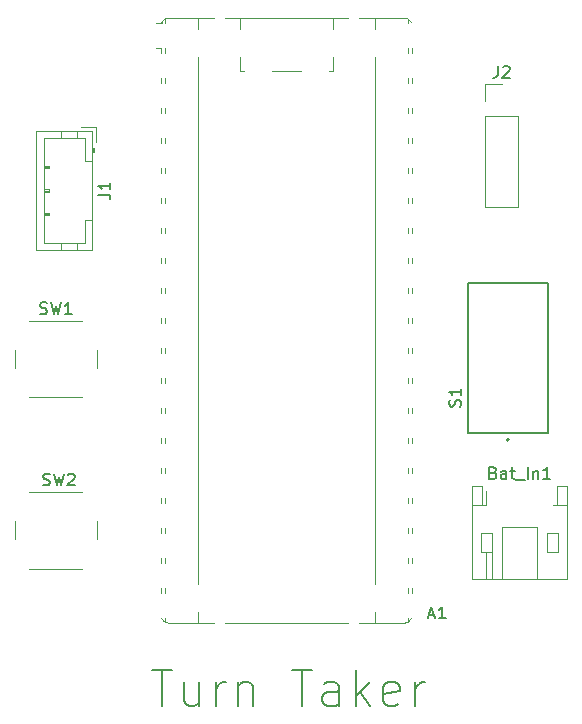
<source format=gbr>
%TF.GenerationSoftware,KiCad,Pcbnew,9.0.6*%
%TF.CreationDate,2025-12-15T22:36:05-06:00*%
%TF.ProjectId,turn-taker,7475726e-2d74-4616-9b65-722e6b696361,rev?*%
%TF.SameCoordinates,Original*%
%TF.FileFunction,Legend,Top*%
%TF.FilePolarity,Positive*%
%FSLAX46Y46*%
G04 Gerber Fmt 4.6, Leading zero omitted, Abs format (unit mm)*
G04 Created by KiCad (PCBNEW 9.0.6) date 2025-12-15 22:36:05*
%MOMM*%
%LPD*%
G01*
G04 APERTURE LIST*
%ADD10C,0.150000*%
%ADD11C,0.120000*%
%ADD12C,0.127000*%
%ADD13C,0.200000*%
G04 APERTURE END LIST*
D10*
X169884398Y-112625057D02*
X171598684Y-112625057D01*
X170741541Y-115625057D02*
X170741541Y-112625057D01*
X173884398Y-113625057D02*
X173884398Y-115625057D01*
X172598683Y-113625057D02*
X172598683Y-115196485D01*
X172598683Y-115196485D02*
X172741540Y-115482200D01*
X172741540Y-115482200D02*
X173027255Y-115625057D01*
X173027255Y-115625057D02*
X173455826Y-115625057D01*
X173455826Y-115625057D02*
X173741540Y-115482200D01*
X173741540Y-115482200D02*
X173884398Y-115339342D01*
X175312969Y-115625057D02*
X175312969Y-113625057D01*
X175312969Y-114196485D02*
X175455826Y-113910771D01*
X175455826Y-113910771D02*
X175598684Y-113767914D01*
X175598684Y-113767914D02*
X175884398Y-113625057D01*
X175884398Y-113625057D02*
X176170112Y-113625057D01*
X177170112Y-113625057D02*
X177170112Y-115625057D01*
X177170112Y-113910771D02*
X177312969Y-113767914D01*
X177312969Y-113767914D02*
X177598684Y-113625057D01*
X177598684Y-113625057D02*
X178027255Y-113625057D01*
X178027255Y-113625057D02*
X178312969Y-113767914D01*
X178312969Y-113767914D02*
X178455827Y-114053628D01*
X178455827Y-114053628D02*
X178455827Y-115625057D01*
X181741541Y-112625057D02*
X183455827Y-112625057D01*
X182598684Y-115625057D02*
X182598684Y-112625057D01*
X185741541Y-115625057D02*
X185741541Y-114053628D01*
X185741541Y-114053628D02*
X185598683Y-113767914D01*
X185598683Y-113767914D02*
X185312969Y-113625057D01*
X185312969Y-113625057D02*
X184741541Y-113625057D01*
X184741541Y-113625057D02*
X184455826Y-113767914D01*
X185741541Y-115482200D02*
X185455826Y-115625057D01*
X185455826Y-115625057D02*
X184741541Y-115625057D01*
X184741541Y-115625057D02*
X184455826Y-115482200D01*
X184455826Y-115482200D02*
X184312969Y-115196485D01*
X184312969Y-115196485D02*
X184312969Y-114910771D01*
X184312969Y-114910771D02*
X184455826Y-114625057D01*
X184455826Y-114625057D02*
X184741541Y-114482200D01*
X184741541Y-114482200D02*
X185455826Y-114482200D01*
X185455826Y-114482200D02*
X185741541Y-114339342D01*
X187170112Y-115625057D02*
X187170112Y-112625057D01*
X187455827Y-114482200D02*
X188312969Y-115625057D01*
X188312969Y-113625057D02*
X187170112Y-114767914D01*
X190741540Y-115482200D02*
X190455826Y-115625057D01*
X190455826Y-115625057D02*
X189884398Y-115625057D01*
X189884398Y-115625057D02*
X189598683Y-115482200D01*
X189598683Y-115482200D02*
X189455826Y-115196485D01*
X189455826Y-115196485D02*
X189455826Y-114053628D01*
X189455826Y-114053628D02*
X189598683Y-113767914D01*
X189598683Y-113767914D02*
X189884398Y-113625057D01*
X189884398Y-113625057D02*
X190455826Y-113625057D01*
X190455826Y-113625057D02*
X190741540Y-113767914D01*
X190741540Y-113767914D02*
X190884398Y-114053628D01*
X190884398Y-114053628D02*
X190884398Y-114339342D01*
X190884398Y-114339342D02*
X189455826Y-114625057D01*
X192170112Y-115625057D02*
X192170112Y-113625057D01*
X192170112Y-114196485D02*
X192312969Y-113910771D01*
X192312969Y-113910771D02*
X192455827Y-113767914D01*
X192455827Y-113767914D02*
X192741541Y-113625057D01*
X192741541Y-113625057D02*
X193027255Y-113625057D01*
X193311660Y-107934104D02*
X193787850Y-107934104D01*
X193216422Y-108219819D02*
X193549755Y-107219819D01*
X193549755Y-107219819D02*
X193883088Y-108219819D01*
X194740231Y-108219819D02*
X194168803Y-108219819D01*
X194454517Y-108219819D02*
X194454517Y-107219819D01*
X194454517Y-107219819D02*
X194359279Y-107362676D01*
X194359279Y-107362676D02*
X194264041Y-107457914D01*
X194264041Y-107457914D02*
X194168803Y-107505533D01*
X199166666Y-61454819D02*
X199166666Y-62169104D01*
X199166666Y-62169104D02*
X199119047Y-62311961D01*
X199119047Y-62311961D02*
X199023809Y-62407200D01*
X199023809Y-62407200D02*
X198880952Y-62454819D01*
X198880952Y-62454819D02*
X198785714Y-62454819D01*
X199595238Y-61550057D02*
X199642857Y-61502438D01*
X199642857Y-61502438D02*
X199738095Y-61454819D01*
X199738095Y-61454819D02*
X199976190Y-61454819D01*
X199976190Y-61454819D02*
X200071428Y-61502438D01*
X200071428Y-61502438D02*
X200119047Y-61550057D01*
X200119047Y-61550057D02*
X200166666Y-61645295D01*
X200166666Y-61645295D02*
X200166666Y-61740533D01*
X200166666Y-61740533D02*
X200119047Y-61883390D01*
X200119047Y-61883390D02*
X199547619Y-62454819D01*
X199547619Y-62454819D02*
X200166666Y-62454819D01*
X160416667Y-82407200D02*
X160559524Y-82454819D01*
X160559524Y-82454819D02*
X160797619Y-82454819D01*
X160797619Y-82454819D02*
X160892857Y-82407200D01*
X160892857Y-82407200D02*
X160940476Y-82359580D01*
X160940476Y-82359580D02*
X160988095Y-82264342D01*
X160988095Y-82264342D02*
X160988095Y-82169104D01*
X160988095Y-82169104D02*
X160940476Y-82073866D01*
X160940476Y-82073866D02*
X160892857Y-82026247D01*
X160892857Y-82026247D02*
X160797619Y-81978628D01*
X160797619Y-81978628D02*
X160607143Y-81931009D01*
X160607143Y-81931009D02*
X160511905Y-81883390D01*
X160511905Y-81883390D02*
X160464286Y-81835771D01*
X160464286Y-81835771D02*
X160416667Y-81740533D01*
X160416667Y-81740533D02*
X160416667Y-81645295D01*
X160416667Y-81645295D02*
X160464286Y-81550057D01*
X160464286Y-81550057D02*
X160511905Y-81502438D01*
X160511905Y-81502438D02*
X160607143Y-81454819D01*
X160607143Y-81454819D02*
X160845238Y-81454819D01*
X160845238Y-81454819D02*
X160988095Y-81502438D01*
X161321429Y-81454819D02*
X161559524Y-82454819D01*
X161559524Y-82454819D02*
X161750000Y-81740533D01*
X161750000Y-81740533D02*
X161940476Y-82454819D01*
X161940476Y-82454819D02*
X162178572Y-81454819D01*
X163083333Y-82454819D02*
X162511905Y-82454819D01*
X162797619Y-82454819D02*
X162797619Y-81454819D01*
X162797619Y-81454819D02*
X162702381Y-81597676D01*
X162702381Y-81597676D02*
X162607143Y-81692914D01*
X162607143Y-81692914D02*
X162511905Y-81740533D01*
X195982200Y-90286904D02*
X196029819Y-90144047D01*
X196029819Y-90144047D02*
X196029819Y-89905952D01*
X196029819Y-89905952D02*
X195982200Y-89810714D01*
X195982200Y-89810714D02*
X195934580Y-89763095D01*
X195934580Y-89763095D02*
X195839342Y-89715476D01*
X195839342Y-89715476D02*
X195744104Y-89715476D01*
X195744104Y-89715476D02*
X195648866Y-89763095D01*
X195648866Y-89763095D02*
X195601247Y-89810714D01*
X195601247Y-89810714D02*
X195553628Y-89905952D01*
X195553628Y-89905952D02*
X195506009Y-90096428D01*
X195506009Y-90096428D02*
X195458390Y-90191666D01*
X195458390Y-90191666D02*
X195410771Y-90239285D01*
X195410771Y-90239285D02*
X195315533Y-90286904D01*
X195315533Y-90286904D02*
X195220295Y-90286904D01*
X195220295Y-90286904D02*
X195125057Y-90239285D01*
X195125057Y-90239285D02*
X195077438Y-90191666D01*
X195077438Y-90191666D02*
X195029819Y-90096428D01*
X195029819Y-90096428D02*
X195029819Y-89858333D01*
X195029819Y-89858333D02*
X195077438Y-89715476D01*
X196029819Y-88763095D02*
X196029819Y-89334523D01*
X196029819Y-89048809D02*
X195029819Y-89048809D01*
X195029819Y-89048809D02*
X195172676Y-89144047D01*
X195172676Y-89144047D02*
X195267914Y-89239285D01*
X195267914Y-89239285D02*
X195315533Y-89334523D01*
X198785714Y-95881009D02*
X198928571Y-95928628D01*
X198928571Y-95928628D02*
X198976190Y-95976247D01*
X198976190Y-95976247D02*
X199023809Y-96071485D01*
X199023809Y-96071485D02*
X199023809Y-96214342D01*
X199023809Y-96214342D02*
X198976190Y-96309580D01*
X198976190Y-96309580D02*
X198928571Y-96357200D01*
X198928571Y-96357200D02*
X198833333Y-96404819D01*
X198833333Y-96404819D02*
X198452381Y-96404819D01*
X198452381Y-96404819D02*
X198452381Y-95404819D01*
X198452381Y-95404819D02*
X198785714Y-95404819D01*
X198785714Y-95404819D02*
X198880952Y-95452438D01*
X198880952Y-95452438D02*
X198928571Y-95500057D01*
X198928571Y-95500057D02*
X198976190Y-95595295D01*
X198976190Y-95595295D02*
X198976190Y-95690533D01*
X198976190Y-95690533D02*
X198928571Y-95785771D01*
X198928571Y-95785771D02*
X198880952Y-95833390D01*
X198880952Y-95833390D02*
X198785714Y-95881009D01*
X198785714Y-95881009D02*
X198452381Y-95881009D01*
X199880952Y-96404819D02*
X199880952Y-95881009D01*
X199880952Y-95881009D02*
X199833333Y-95785771D01*
X199833333Y-95785771D02*
X199738095Y-95738152D01*
X199738095Y-95738152D02*
X199547619Y-95738152D01*
X199547619Y-95738152D02*
X199452381Y-95785771D01*
X199880952Y-96357200D02*
X199785714Y-96404819D01*
X199785714Y-96404819D02*
X199547619Y-96404819D01*
X199547619Y-96404819D02*
X199452381Y-96357200D01*
X199452381Y-96357200D02*
X199404762Y-96261961D01*
X199404762Y-96261961D02*
X199404762Y-96166723D01*
X199404762Y-96166723D02*
X199452381Y-96071485D01*
X199452381Y-96071485D02*
X199547619Y-96023866D01*
X199547619Y-96023866D02*
X199785714Y-96023866D01*
X199785714Y-96023866D02*
X199880952Y-95976247D01*
X200214286Y-95738152D02*
X200595238Y-95738152D01*
X200357143Y-95404819D02*
X200357143Y-96261961D01*
X200357143Y-96261961D02*
X200404762Y-96357200D01*
X200404762Y-96357200D02*
X200500000Y-96404819D01*
X200500000Y-96404819D02*
X200595238Y-96404819D01*
X200690477Y-96500057D02*
X201452381Y-96500057D01*
X201690477Y-96404819D02*
X201690477Y-95404819D01*
X202166667Y-95738152D02*
X202166667Y-96404819D01*
X202166667Y-95833390D02*
X202214286Y-95785771D01*
X202214286Y-95785771D02*
X202309524Y-95738152D01*
X202309524Y-95738152D02*
X202452381Y-95738152D01*
X202452381Y-95738152D02*
X202547619Y-95785771D01*
X202547619Y-95785771D02*
X202595238Y-95881009D01*
X202595238Y-95881009D02*
X202595238Y-96404819D01*
X203595238Y-96404819D02*
X203023810Y-96404819D01*
X203309524Y-96404819D02*
X203309524Y-95404819D01*
X203309524Y-95404819D02*
X203214286Y-95547676D01*
X203214286Y-95547676D02*
X203119048Y-95642914D01*
X203119048Y-95642914D02*
X203023810Y-95690533D01*
X160666667Y-96907200D02*
X160809524Y-96954819D01*
X160809524Y-96954819D02*
X161047619Y-96954819D01*
X161047619Y-96954819D02*
X161142857Y-96907200D01*
X161142857Y-96907200D02*
X161190476Y-96859580D01*
X161190476Y-96859580D02*
X161238095Y-96764342D01*
X161238095Y-96764342D02*
X161238095Y-96669104D01*
X161238095Y-96669104D02*
X161190476Y-96573866D01*
X161190476Y-96573866D02*
X161142857Y-96526247D01*
X161142857Y-96526247D02*
X161047619Y-96478628D01*
X161047619Y-96478628D02*
X160857143Y-96431009D01*
X160857143Y-96431009D02*
X160761905Y-96383390D01*
X160761905Y-96383390D02*
X160714286Y-96335771D01*
X160714286Y-96335771D02*
X160666667Y-96240533D01*
X160666667Y-96240533D02*
X160666667Y-96145295D01*
X160666667Y-96145295D02*
X160714286Y-96050057D01*
X160714286Y-96050057D02*
X160761905Y-96002438D01*
X160761905Y-96002438D02*
X160857143Y-95954819D01*
X160857143Y-95954819D02*
X161095238Y-95954819D01*
X161095238Y-95954819D02*
X161238095Y-96002438D01*
X161571429Y-95954819D02*
X161809524Y-96954819D01*
X161809524Y-96954819D02*
X162000000Y-96240533D01*
X162000000Y-96240533D02*
X162190476Y-96954819D01*
X162190476Y-96954819D02*
X162428572Y-95954819D01*
X162761905Y-96050057D02*
X162809524Y-96002438D01*
X162809524Y-96002438D02*
X162904762Y-95954819D01*
X162904762Y-95954819D02*
X163142857Y-95954819D01*
X163142857Y-95954819D02*
X163238095Y-96002438D01*
X163238095Y-96002438D02*
X163285714Y-96050057D01*
X163285714Y-96050057D02*
X163333333Y-96145295D01*
X163333333Y-96145295D02*
X163333333Y-96240533D01*
X163333333Y-96240533D02*
X163285714Y-96383390D01*
X163285714Y-96383390D02*
X162714286Y-96954819D01*
X162714286Y-96954819D02*
X163333333Y-96954819D01*
X165354819Y-72333333D02*
X166069104Y-72333333D01*
X166069104Y-72333333D02*
X166211961Y-72380952D01*
X166211961Y-72380952D02*
X166307200Y-72476190D01*
X166307200Y-72476190D02*
X166354819Y-72619047D01*
X166354819Y-72619047D02*
X166354819Y-72714285D01*
X166354819Y-71333333D02*
X166354819Y-71904761D01*
X166354819Y-71619047D02*
X165354819Y-71619047D01*
X165354819Y-71619047D02*
X165497676Y-71714285D01*
X165497676Y-71714285D02*
X165592914Y-71809523D01*
X165592914Y-71809523D02*
X165640533Y-71904761D01*
D11*
%TO.C,A1*%
X170665000Y-59930000D02*
X170185000Y-59930000D01*
X170665000Y-59930000D02*
X170665000Y-60350000D01*
X170665000Y-62470000D02*
X170665000Y-62890000D01*
X170665000Y-65010000D02*
X170665000Y-65430000D01*
X170665000Y-67550000D02*
X170665000Y-67970000D01*
X170665000Y-70090000D02*
X170665000Y-70510000D01*
X170665000Y-72630000D02*
X170665000Y-73050000D01*
X170665000Y-75170000D02*
X170665000Y-75590000D01*
X170665000Y-77710000D02*
X170665000Y-78130000D01*
X170665000Y-80250000D02*
X170665000Y-80670000D01*
X170665000Y-82790000D02*
X170665000Y-83210000D01*
X170665000Y-85330000D02*
X170665000Y-85750000D01*
X170665000Y-87870000D02*
X170665000Y-88290000D01*
X170665000Y-90410000D02*
X170665000Y-90830000D01*
X170665000Y-92950000D02*
X170665000Y-93370000D01*
X170665000Y-95490000D02*
X170665000Y-95910000D01*
X170665000Y-98030000D02*
X170665000Y-98450000D01*
X170665000Y-100570000D02*
X170665000Y-100990000D01*
X170665000Y-103110000D02*
X170665000Y-103530000D01*
X170665000Y-105650000D02*
X170665000Y-106070000D01*
X170695324Y-57810000D02*
X170185000Y-57810000D01*
X171005000Y-57810063D02*
X171005000Y-57453000D01*
X171005000Y-59930000D02*
X171005000Y-60350000D01*
X171005000Y-62470000D02*
X171005000Y-62890000D01*
X171005000Y-65010000D02*
X171005000Y-65430000D01*
X171005000Y-67550000D02*
X171005000Y-67970000D01*
X171005000Y-70090000D02*
X171005000Y-70510000D01*
X171005000Y-72630000D02*
X171005000Y-73050000D01*
X171005000Y-75170000D02*
X171005000Y-75590000D01*
X171005000Y-77710000D02*
X171005000Y-78130000D01*
X171005000Y-80250000D02*
X171005000Y-80670000D01*
X171005000Y-82790000D02*
X171005000Y-83210000D01*
X171005000Y-85330000D02*
X171005000Y-85750000D01*
X171005000Y-87870000D02*
X171005000Y-88290000D01*
X171005000Y-90410000D02*
X171005000Y-90830000D01*
X171005000Y-92950000D02*
X171005000Y-93370000D01*
X171005000Y-95490000D02*
X171005000Y-95910000D01*
X171005000Y-98030000D02*
X171005000Y-98450000D01*
X171005000Y-100570000D02*
X171005000Y-100990000D01*
X171005000Y-103110000D02*
X171005000Y-103530000D01*
X171005000Y-105650000D02*
X171005000Y-106070000D01*
X171005000Y-108189937D02*
X171005000Y-108547000D01*
X171275000Y-57390000D02*
X173765000Y-57390000D01*
X171275000Y-108610000D02*
X175112939Y-108610000D01*
X173765000Y-57390000D02*
X173765000Y-58303520D01*
X173765000Y-57390000D02*
X175112940Y-57390000D01*
X173765000Y-60696480D02*
X173765000Y-105303520D01*
X173765000Y-107696480D02*
X173765000Y-108610000D01*
X176037061Y-57390000D02*
X177040000Y-57390000D01*
X177040000Y-57390000D02*
X185510000Y-57390000D01*
X177375000Y-57390000D02*
X177375000Y-58306000D01*
X177375000Y-60694000D02*
X177375000Y-61910000D01*
X177375000Y-61910000D02*
X177671090Y-61910000D01*
X177675000Y-108610000D02*
X176037061Y-108610000D01*
X180028910Y-61910000D02*
X182521090Y-61910000D01*
X184875000Y-108610000D02*
X177675000Y-108610000D01*
X184878910Y-61910000D02*
X185175000Y-61910000D01*
X185175000Y-57390000D02*
X185175000Y-58306000D01*
X185175000Y-60694000D02*
X185175000Y-61910000D01*
X185510000Y-57390000D02*
X186512939Y-57390000D01*
X186512939Y-108610000D02*
X184875000Y-108610000D01*
X187437061Y-57390000D02*
X188785000Y-57390000D01*
X187437061Y-108610000D02*
X191275000Y-108610000D01*
X188785000Y-57390000D02*
X188785000Y-58303520D01*
X188785000Y-60696480D02*
X188785000Y-105303520D01*
X188785000Y-107696480D02*
X188785000Y-108610000D01*
X191275000Y-57390000D02*
X188785000Y-57390000D01*
X191545000Y-57810063D02*
X191545000Y-57453000D01*
X191545000Y-59930000D02*
X191545000Y-60350000D01*
X191545000Y-62470000D02*
X191545000Y-62890000D01*
X191545000Y-65010000D02*
X191545000Y-65430000D01*
X191545000Y-67550000D02*
X191545000Y-67970000D01*
X191545000Y-70090000D02*
X191545000Y-70510000D01*
X191545000Y-72630000D02*
X191545000Y-73050000D01*
X191545000Y-75170000D02*
X191545000Y-75590000D01*
X191545000Y-77710000D02*
X191545000Y-78130000D01*
X191545000Y-80250000D02*
X191545000Y-80670000D01*
X191545000Y-82790000D02*
X191545000Y-83210000D01*
X191545000Y-85330000D02*
X191545000Y-85750000D01*
X191545000Y-87870000D02*
X191545000Y-88290000D01*
X191545000Y-90410000D02*
X191545000Y-90830000D01*
X191545000Y-92950000D02*
X191545000Y-93370000D01*
X191545000Y-95490000D02*
X191545000Y-95910000D01*
X191545000Y-98030000D02*
X191545000Y-98450000D01*
X191545000Y-100570000D02*
X191545000Y-100990000D01*
X191545000Y-103110000D02*
X191545000Y-103530000D01*
X191545000Y-105650000D02*
X191545000Y-106070000D01*
X191545000Y-108189937D02*
X191545000Y-108547000D01*
X191885000Y-59930000D02*
X191885000Y-60350000D01*
X191885000Y-62470000D02*
X191885000Y-62890000D01*
X191885000Y-65010000D02*
X191885000Y-65430000D01*
X191885000Y-67550000D02*
X191885000Y-67970000D01*
X191885000Y-70090000D02*
X191885000Y-70510000D01*
X191885000Y-72630000D02*
X191885000Y-73050000D01*
X191885000Y-75170000D02*
X191885000Y-75590000D01*
X191885000Y-77710000D02*
X191885000Y-78130000D01*
X191885000Y-80250000D02*
X191885000Y-80670000D01*
X191885000Y-82790000D02*
X191885000Y-83210000D01*
X191885000Y-85330000D02*
X191885000Y-85750000D01*
X191885000Y-87870000D02*
X191885000Y-88290000D01*
X191885000Y-90410000D02*
X191885000Y-90830000D01*
X191885000Y-92950000D02*
X191885000Y-93370000D01*
X191885000Y-95490000D02*
X191885000Y-95910000D01*
X191885000Y-98030000D02*
X191885000Y-98450000D01*
X191885000Y-100570000D02*
X191885000Y-100990000D01*
X191885000Y-103110000D02*
X191885000Y-103530000D01*
X191885000Y-105650000D02*
X191885000Y-106070000D01*
X170695324Y-57810000D02*
G75*
G02*
X171275000Y-57390000I579692J-190051D01*
G01*
X171275000Y-108610000D02*
G75*
G02*
X170695324Y-108189937I1J610002D01*
G01*
X191275000Y-57390000D02*
G75*
G02*
X191854676Y-57810063I0J-610000D01*
G01*
X191854676Y-108189937D02*
G75*
G02*
X191275000Y-108610069I-579676J189837D01*
G01*
%TO.C,J2*%
X198120000Y-63000000D02*
X199500000Y-63000000D01*
X198120000Y-64380000D02*
X198120000Y-63000000D01*
X198120000Y-65650000D02*
X198120000Y-73380000D01*
X198120000Y-65650000D02*
X200880000Y-65650000D01*
X198120000Y-73380000D02*
X200880000Y-73380000D01*
X200880000Y-65650000D02*
X200880000Y-73380000D01*
%TO.C,SW1*%
X158250000Y-85500000D02*
X158250000Y-87000000D01*
X159500000Y-89500000D02*
X164000000Y-89500000D01*
X164000000Y-83000000D02*
X159500000Y-83000000D01*
X165250000Y-87000000D02*
X165250000Y-85500000D01*
D12*
%TO.C,S1*%
X196600000Y-79850000D02*
X196600000Y-92550000D01*
X196600000Y-92550000D02*
X203400000Y-92550000D01*
X203400000Y-79850000D02*
X196600000Y-79850000D01*
X203400000Y-92550000D02*
X203400000Y-79850000D01*
D13*
X200100000Y-93100000D02*
G75*
G02*
X199900000Y-93100000I-100000J0D01*
G01*
X199900000Y-93100000D02*
G75*
G02*
X200100000Y-93100000I100000J0D01*
G01*
D11*
%TO.C,Bat_In1*%
X196940000Y-97040000D02*
X196940000Y-104860000D01*
X196940000Y-98640000D02*
X197860000Y-98640000D01*
X196940000Y-104860000D02*
X205060000Y-104860000D01*
X197700000Y-101000000D02*
X197700000Y-102600000D01*
X197700000Y-102600000D02*
X198700000Y-102600000D01*
X197860000Y-97040000D02*
X196940000Y-97040000D01*
X197860000Y-98640000D02*
X197860000Y-97040000D01*
X198140000Y-98640000D02*
X197860000Y-98640000D01*
X198140000Y-98640000D02*
X198140000Y-97425000D01*
X198200000Y-102600000D02*
X198200000Y-104860000D01*
X198700000Y-101000000D02*
X197700000Y-101000000D01*
X198700000Y-102600000D02*
X198700000Y-101000000D01*
X198700000Y-102600000D02*
X198700000Y-104860000D01*
X199500000Y-100500000D02*
X202500000Y-100500000D01*
X199500000Y-104860000D02*
X199500000Y-100500000D01*
X202500000Y-100500000D02*
X202500000Y-104860000D01*
X203300000Y-101000000D02*
X204300000Y-101000000D01*
X203300000Y-102600000D02*
X203300000Y-101000000D01*
X204140000Y-97040000D02*
X204140000Y-98640000D01*
X204140000Y-98640000D02*
X203860000Y-98640000D01*
X204300000Y-101000000D02*
X204300000Y-102600000D01*
X204300000Y-102600000D02*
X203300000Y-102600000D01*
X205060000Y-97040000D02*
X204140000Y-97040000D01*
X205060000Y-98640000D02*
X204140000Y-98640000D01*
X205060000Y-104860000D02*
X205060000Y-97040000D01*
%TO.C,SW2*%
X158250000Y-100000000D02*
X158250000Y-101500000D01*
X159500000Y-104000000D02*
X164000000Y-104000000D01*
X164000000Y-97500000D02*
X159500000Y-97500000D01*
X165250000Y-101500000D02*
X165250000Y-100000000D01*
%TO.C,J1*%
X165110000Y-66640000D02*
X163860000Y-66640000D01*
X164810000Y-66940000D02*
X160090000Y-66940000D01*
X163500000Y-66940000D02*
X163500000Y-67550000D01*
X162200000Y-66940000D02*
X162200000Y-67550000D01*
X160090000Y-66940000D02*
X160090000Y-77060000D01*
X164200000Y-67550000D02*
X160700000Y-67550000D01*
X160700000Y-67550000D02*
X160700000Y-76450000D01*
X165110000Y-67890000D02*
X165110000Y-66640000D01*
X165010000Y-68400000D02*
X164810000Y-68400000D01*
X165010000Y-68700000D02*
X165010000Y-68400000D01*
X164910000Y-68700000D02*
X164910000Y-68400000D01*
X164810000Y-68700000D02*
X165010000Y-68700000D01*
X164810000Y-69500000D02*
X164200000Y-69500000D01*
X164200000Y-69500000D02*
X164200000Y-67550000D01*
X161200000Y-69900000D02*
X161200000Y-70100000D01*
X160700000Y-69900000D02*
X161200000Y-69900000D01*
X160700000Y-70000000D02*
X161200000Y-70000000D01*
X161200000Y-70100000D02*
X160700000Y-70100000D01*
X161200000Y-71900000D02*
X161200000Y-72100000D01*
X160700000Y-71900000D02*
X161200000Y-71900000D01*
X160700000Y-72000000D02*
X161200000Y-72000000D01*
X161200000Y-72100000D02*
X160700000Y-72100000D01*
X161200000Y-73900000D02*
X161200000Y-74100000D01*
X160700000Y-73900000D02*
X161200000Y-73900000D01*
X160700000Y-74000000D02*
X161200000Y-74000000D01*
X161200000Y-74100000D02*
X160700000Y-74100000D01*
X164200000Y-74500000D02*
X164810000Y-74500000D01*
X164200000Y-76450000D02*
X164200000Y-74500000D01*
X160700000Y-76450000D02*
X164200000Y-76450000D01*
X164810000Y-77060000D02*
X164810000Y-66940000D01*
X163500000Y-77060000D02*
X163500000Y-76450000D01*
X162200000Y-77060000D02*
X162200000Y-76450000D01*
X160090000Y-77060000D02*
X164810000Y-77060000D01*
%TD*%
M02*

</source>
